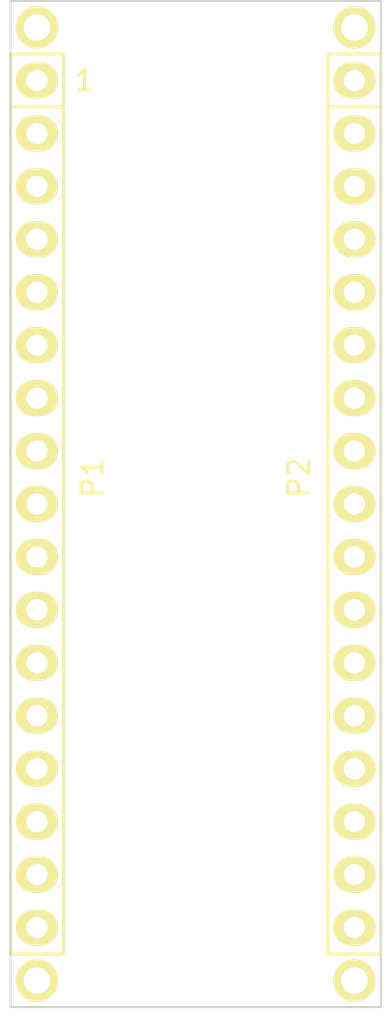
<source format=kicad_pcb>
(kicad_pcb (version 4) (host pcbnew 4.0.2-4+6225~38~ubuntu14.04.1-stable)

  (general
    (links 2)
    (no_connects 2)
    (area 135.712999 67.005999 153.593001 115.366001)
    (thickness 1.6)
    (drawings 18)
    (tracks 0)
    (zones 0)
    (modules 6)
    (nets 37)
  )

  (page A4)
  (title_block
    (date "sam. 04 avril 2015")
  )

  (layers
    (0 F.Cu signal)
    (31 B.Cu signal)
    (32 B.Adhes user)
    (33 F.Adhes user)
    (34 B.Paste user)
    (35 F.Paste user)
    (36 B.SilkS user)
    (37 F.SilkS user)
    (38 B.Mask user)
    (39 F.Mask user)
    (40 Dwgs.User user)
    (41 Cmts.User user)
    (42 Eco1.User user)
    (43 Eco2.User user)
    (44 Edge.Cuts user)
    (45 Margin user)
    (46 B.CrtYd user)
    (47 F.CrtYd user)
    (48 B.Fab user)
    (49 F.Fab user)
  )

  (setup
    (last_trace_width 0.25)
    (trace_clearance 0.2)
    (zone_clearance 0.508)
    (zone_45_only no)
    (trace_min 0.2)
    (segment_width 0.15)
    (edge_width 0.1)
    (via_size 0.6)
    (via_drill 0.4)
    (via_min_size 0.4)
    (via_min_drill 0.3)
    (uvia_size 0.3)
    (uvia_drill 0.1)
    (uvias_allowed no)
    (uvia_min_size 0.2)
    (uvia_min_drill 0.1)
    (pcb_text_width 0.3)
    (pcb_text_size 1.5 1.5)
    (mod_edge_width 0.15)
    (mod_text_size 1 1)
    (mod_text_width 0.15)
    (pad_size 2.032 2.032)
    (pad_drill 1.27)
    (pad_to_mask_clearance 0)
    (aux_axis_origin 135.763 115.316)
    (visible_elements FFFFFF7F)
    (pcbplotparams
      (layerselection 0x00030_80000001)
      (usegerberextensions false)
      (excludeedgelayer true)
      (linewidth 0.100000)
      (plotframeref false)
      (viasonmask false)
      (mode 1)
      (useauxorigin false)
      (hpglpennumber 1)
      (hpglpenspeed 20)
      (hpglpendiameter 15)
      (hpglpenoverlay 2)
      (psnegative false)
      (psa4output false)
      (plotreference true)
      (plotvalue true)
      (plotinvisibletext false)
      (padsonsilk false)
      (subtractmaskfromsilk false)
      (outputformat 1)
      (mirror false)
      (drillshape 1)
      (scaleselection 1)
      (outputdirectory ""))
  )

  (net 0 "")
  (net 1 /MOSI)
  (net 2 /SS)
  (net 3 /Reset)
  (net 4 GND)
  (net 5 "/2(SDA)")
  (net 6 "/3(**/SCL)")
  (net 7 "/4(A6)")
  (net 8 "/5(**)")
  (net 9 "/6(**/A7)")
  (net 10 /7)
  (net 11 "/8(A8)")
  (net 12 "/9(**/A9)")
  (net 13 "/10(A10)")
  (net 14 "/11(**)")
  (net 15 "/12(A11)")
  (net 16 /SCK)
  (net 17 /MISO)
  (net 18 /Vin)
  (net 19 +5V)
  (net 20 /A5)
  (net 21 /A4)
  (net 22 /A3)
  (net 23 /A2)
  (net 24 /A1)
  (net 25 /A0)
  (net 26 /AREF)
  (net 27 "/13(**)")
  (net 28 "Net-(P3-Pad1)")
  (net 29 "Net-(P4-Pad1)")
  (net 30 "Net-(P5-Pad1)")
  (net 31 "Net-(P6-Pad1)")
  (net 32 "/1(Tx1)")
  (net 33 "/0(Rx1)")
  (net 34 "Net-(P2-Pad7)")
  (net 35 "Net-(P2-Pad8)")
  (net 36 +3V3)

  (net_class Default "This is the default net class."
    (clearance 0.2)
    (trace_width 0.25)
    (via_dia 0.6)
    (via_drill 0.4)
    (uvia_dia 0.3)
    (uvia_drill 0.1)
    (add_net +3V3)
    (add_net +5V)
    (add_net "/0(Rx1)")
    (add_net "/1(Tx1)")
    (add_net "/10(A10)")
    (add_net "/11(**)")
    (add_net "/12(A11)")
    (add_net "/13(**)")
    (add_net "/2(SDA)")
    (add_net "/3(**/SCL)")
    (add_net "/4(A6)")
    (add_net "/5(**)")
    (add_net "/6(**/A7)")
    (add_net /7)
    (add_net "/8(A8)")
    (add_net "/9(**/A9)")
    (add_net /A0)
    (add_net /A1)
    (add_net /A2)
    (add_net /A3)
    (add_net /A4)
    (add_net /A5)
    (add_net /AREF)
    (add_net /MISO)
    (add_net /MOSI)
    (add_net /Reset)
    (add_net /SCK)
    (add_net /SS)
    (add_net /Vin)
    (add_net GND)
    (add_net "Net-(P2-Pad7)")
    (add_net "Net-(P2-Pad8)")
    (add_net "Net-(P3-Pad1)")
    (add_net "Net-(P4-Pad1)")
    (add_net "Net-(P5-Pad1)")
    (add_net "Net-(P6-Pad1)")
  )

  (module Socket_Arduino_Micro:Socket_Strip_Arduino_1x17 locked (layer F.Cu) (tedit 55216910) (tstamp 551FC1FE)
    (at 137.033 70.866 270)
    (descr "Through hole socket strip")
    (tags "socket strip")
    (path /56D719DF)
    (fp_text reference P1 (at 19.05 -2.667 270) (layer F.SilkS)
      (effects (font (size 1 1) (thickness 0.15)))
    )
    (fp_text value Digital (at 22.86 -2.667 270) (layer F.Fab)
      (effects (font (size 1 1) (thickness 0.15)))
    )
    (fp_line (start 1.27 -1.27) (end -1.27 -1.27) (layer F.SilkS) (width 0.15))
    (fp_line (start -1.27 -1.27) (end -1.27 1.27) (layer F.SilkS) (width 0.15))
    (fp_line (start -1.27 1.27) (end 1.27 1.27) (layer F.SilkS) (width 0.15))
    (fp_line (start -1.75 -1.75) (end -1.75 1.75) (layer F.CrtYd) (width 0.05))
    (fp_line (start 42.4 -1.75) (end 42.4 1.75) (layer F.CrtYd) (width 0.05))
    (fp_line (start -1.75 -1.75) (end 42.4 -1.75) (layer F.CrtYd) (width 0.05))
    (fp_line (start -1.75 1.75) (end 42.4 1.75) (layer F.CrtYd) (width 0.05))
    (fp_line (start 1.27 1.27) (end 41.91 1.27) (layer F.SilkS) (width 0.15))
    (fp_line (start 41.91 1.27) (end 41.91 -1.27) (layer F.SilkS) (width 0.15))
    (fp_line (start 41.91 -1.27) (end 1.27 -1.27) (layer F.SilkS) (width 0.15))
    (fp_line (start 1.27 1.27) (end 1.27 -1.27) (layer F.SilkS) (width 0.15))
    (pad 1 thru_hole oval (at 0 0 270) (size 1.7272 2.032) (drill 1.016) (layers *.Cu *.Mask F.SilkS)
      (net 1 /MOSI))
    (pad 2 thru_hole oval (at 2.54 0 270) (size 1.7272 2.032) (drill 1.016) (layers *.Cu *.Mask F.SilkS)
      (net 2 /SS))
    (pad 3 thru_hole oval (at 5.08 0 270) (size 1.7272 2.032) (drill 1.016) (layers *.Cu *.Mask F.SilkS)
      (net 32 "/1(Tx1)"))
    (pad 4 thru_hole oval (at 7.62 0 270) (size 1.7272 2.032) (drill 1.016) (layers *.Cu *.Mask F.SilkS)
      (net 33 "/0(Rx1)"))
    (pad 5 thru_hole oval (at 10.16 0 270) (size 1.7272 2.032) (drill 1.016) (layers *.Cu *.Mask F.SilkS)
      (net 3 /Reset))
    (pad 6 thru_hole oval (at 12.7 0 270) (size 1.7272 2.032) (drill 1.016) (layers *.Cu *.Mask F.SilkS)
      (net 4 GND))
    (pad 7 thru_hole oval (at 15.24 0 270) (size 1.7272 2.032) (drill 1.016) (layers *.Cu *.Mask F.SilkS)
      (net 5 "/2(SDA)"))
    (pad 8 thru_hole oval (at 17.78 0 270) (size 1.7272 2.032) (drill 1.016) (layers *.Cu *.Mask F.SilkS)
      (net 6 "/3(**/SCL)"))
    (pad 9 thru_hole oval (at 20.32 0 270) (size 1.7272 2.032) (drill 1.016) (layers *.Cu *.Mask F.SilkS)
      (net 7 "/4(A6)"))
    (pad 10 thru_hole oval (at 22.86 0 270) (size 1.7272 2.032) (drill 1.016) (layers *.Cu *.Mask F.SilkS)
      (net 8 "/5(**)"))
    (pad 11 thru_hole oval (at 25.4 0 270) (size 1.7272 2.032) (drill 1.016) (layers *.Cu *.Mask F.SilkS)
      (net 9 "/6(**/A7)"))
    (pad 12 thru_hole oval (at 27.94 0 270) (size 1.7272 2.032) (drill 1.016) (layers *.Cu *.Mask F.SilkS)
      (net 10 /7))
    (pad 13 thru_hole oval (at 30.48 0 270) (size 1.7272 2.032) (drill 1.016) (layers *.Cu *.Mask F.SilkS)
      (net 11 "/8(A8)"))
    (pad 14 thru_hole oval (at 33.02 0 270) (size 1.7272 2.032) (drill 1.016) (layers *.Cu *.Mask F.SilkS)
      (net 12 "/9(**/A9)"))
    (pad 15 thru_hole oval (at 35.56 0 270) (size 1.7272 2.032) (drill 1.016) (layers *.Cu *.Mask F.SilkS)
      (net 13 "/10(A10)"))
    (pad 16 thru_hole oval (at 38.1 0 270) (size 1.7272 2.032) (drill 1.016) (layers *.Cu *.Mask F.SilkS)
      (net 14 "/11(**)"))
    (pad 17 thru_hole oval (at 40.64 0 270) (size 1.7272 2.032) (drill 1.016) (layers *.Cu *.Mask F.SilkS)
      (net 15 "/12(A11)"))
    (model ${KIPRJMOD}/Socket_Arduino_Micro.3dshapes/Socket_header_Arduino_1x17.wrl
      (at (xyz 0.8 0 0))
      (scale (xyz 1 1 1))
      (rotate (xyz 0 0 180))
    )
  )

  (module Socket_Arduino_Micro:Socket_Strip_Arduino_1x17 locked (layer F.Cu) (tedit 5521692F) (tstamp 551FC21E)
    (at 152.273 70.866 270)
    (descr "Through hole socket strip")
    (tags "socket strip")
    (path /56D71A21)
    (fp_text reference P2 (at 19.05 2.667 270) (layer F.SilkS)
      (effects (font (size 1 1) (thickness 0.15)))
    )
    (fp_text value Analog (at 22.86 2.921 270) (layer F.Fab)
      (effects (font (size 1 1) (thickness 0.15)))
    )
    (fp_line (start 1.27 -1.27) (end -1.27 -1.27) (layer F.SilkS) (width 0.15))
    (fp_line (start -1.27 -1.27) (end -1.27 1.27) (layer F.SilkS) (width 0.15))
    (fp_line (start -1.27 1.27) (end 1.27 1.27) (layer F.SilkS) (width 0.15))
    (fp_line (start -1.75 -1.75) (end -1.75 1.75) (layer F.CrtYd) (width 0.05))
    (fp_line (start 42.4 -1.75) (end 42.4 1.75) (layer F.CrtYd) (width 0.05))
    (fp_line (start -1.75 -1.75) (end 42.4 -1.75) (layer F.CrtYd) (width 0.05))
    (fp_line (start -1.75 1.75) (end 42.4 1.75) (layer F.CrtYd) (width 0.05))
    (fp_line (start 1.27 1.27) (end 41.91 1.27) (layer F.SilkS) (width 0.15))
    (fp_line (start 41.91 1.27) (end 41.91 -1.27) (layer F.SilkS) (width 0.15))
    (fp_line (start 41.91 -1.27) (end 1.27 -1.27) (layer F.SilkS) (width 0.15))
    (fp_line (start 1.27 1.27) (end 1.27 -1.27) (layer F.SilkS) (width 0.15))
    (pad 1 thru_hole oval (at 0 0 270) (size 1.7272 2.032) (drill 1.016) (layers *.Cu *.Mask F.SilkS)
      (net 16 /SCK))
    (pad 2 thru_hole oval (at 2.54 0 270) (size 1.7272 2.032) (drill 1.016) (layers *.Cu *.Mask F.SilkS)
      (net 17 /MISO))
    (pad 3 thru_hole oval (at 5.08 0 270) (size 1.7272 2.032) (drill 1.016) (layers *.Cu *.Mask F.SilkS)
      (net 18 /Vin))
    (pad 4 thru_hole oval (at 7.62 0 270) (size 1.7272 2.032) (drill 1.016) (layers *.Cu *.Mask F.SilkS)
      (net 4 GND))
    (pad 5 thru_hole oval (at 10.16 0 270) (size 1.7272 2.032) (drill 1.016) (layers *.Cu *.Mask F.SilkS)
      (net 3 /Reset))
    (pad 6 thru_hole oval (at 12.7 0 270) (size 1.7272 2.032) (drill 1.016) (layers *.Cu *.Mask F.SilkS)
      (net 19 +5V))
    (pad 7 thru_hole oval (at 15.24 0 270) (size 1.7272 2.032) (drill 1.016) (layers *.Cu *.Mask F.SilkS)
      (net 34 "Net-(P2-Pad7)"))
    (pad 8 thru_hole oval (at 17.78 0 270) (size 1.7272 2.032) (drill 1.016) (layers *.Cu *.Mask F.SilkS)
      (net 35 "Net-(P2-Pad8)"))
    (pad 9 thru_hole oval (at 20.32 0 270) (size 1.7272 2.032) (drill 1.016) (layers *.Cu *.Mask F.SilkS)
      (net 20 /A5))
    (pad 10 thru_hole oval (at 22.86 0 270) (size 1.7272 2.032) (drill 1.016) (layers *.Cu *.Mask F.SilkS)
      (net 21 /A4))
    (pad 11 thru_hole oval (at 25.4 0 270) (size 1.7272 2.032) (drill 1.016) (layers *.Cu *.Mask F.SilkS)
      (net 22 /A3))
    (pad 12 thru_hole oval (at 27.94 0 270) (size 1.7272 2.032) (drill 1.016) (layers *.Cu *.Mask F.SilkS)
      (net 23 /A2))
    (pad 13 thru_hole oval (at 30.48 0 270) (size 1.7272 2.032) (drill 1.016) (layers *.Cu *.Mask F.SilkS)
      (net 24 /A1))
    (pad 14 thru_hole oval (at 33.02 0 270) (size 1.7272 2.032) (drill 1.016) (layers *.Cu *.Mask F.SilkS)
      (net 25 /A0))
    (pad 15 thru_hole oval (at 35.56 0 270) (size 1.7272 2.032) (drill 1.016) (layers *.Cu *.Mask F.SilkS)
      (net 26 /AREF))
    (pad 16 thru_hole oval (at 38.1 0 270) (size 1.7272 2.032) (drill 1.016) (layers *.Cu *.Mask F.SilkS)
      (net 36 +3V3))
    (pad 17 thru_hole oval (at 40.64 0 270) (size 1.7272 2.032) (drill 1.016) (layers *.Cu *.Mask F.SilkS)
      (net 27 "/13(**)"))
    (model ${KIPRJMOD}/Socket_Arduino_Micro.3dshapes/Socket_header_Arduino_1x17.wrl
      (at (xyz 0.8 0 0))
      (scale (xyz 1 1 1))
      (rotate (xyz 0 0 180))
    )
  )

  (module Socket_Arduino_Micro:1pin_Micro locked (layer F.Cu) (tedit 551FC2DE) (tstamp 551FC223)
    (at 137.033 68.326)
    (descr "module 1 pin (ou trou mecanique de percage)")
    (tags DEV)
    (path /56D72ED3)
    (fp_text reference P3 (at 0 -1.651) (layer F.SilkS) hide
      (effects (font (size 1 1) (thickness 0.15)))
    )
    (fp_text value CONN_01X01 (at 0 1.397) (layer F.Fab) hide
      (effects (font (size 1 1) (thickness 0.15)))
    )
    (pad 1 thru_hole circle (at 0 0) (size 2.032 2.032) (drill 1.27) (layers *.Cu *.Mask F.SilkS)
      (net 28 "Net-(P3-Pad1)"))
  )

  (module Socket_Arduino_Micro:1pin_Micro locked (layer F.Cu) (tedit 551FC2FB) (tstamp 551FC228)
    (at 137.033 114.046)
    (descr "module 1 pin (ou trou mecanique de percage)")
    (tags DEV)
    (path /56D72FBF)
    (fp_text reference P4 (at 0 -1.651) (layer F.SilkS) hide
      (effects (font (size 1 1) (thickness 0.15)))
    )
    (fp_text value CONN_01X01 (at 0 1.397) (layer F.Fab) hide
      (effects (font (size 1 1) (thickness 0.15)))
    )
    (pad 1 thru_hole circle (at 0 0) (size 2.032 2.032) (drill 1.27) (layers *.Cu *.Mask F.SilkS)
      (net 29 "Net-(P4-Pad1)"))
  )

  (module Socket_Arduino_Micro:1pin_Micro locked (layer F.Cu) (tedit 551FC303) (tstamp 551FC22D)
    (at 152.273 114.046)
    (descr "module 1 pin (ou trou mecanique de percage)")
    (tags DEV)
    (path /56D72FE7)
    (fp_text reference P5 (at 0 -1.651) (layer F.SilkS) hide
      (effects (font (size 1 1) (thickness 0.15)))
    )
    (fp_text value CONN_01X01 (at 0 1.397) (layer F.Fab) hide
      (effects (font (size 1 1) (thickness 0.15)))
    )
    (pad 1 thru_hole circle (at 0 0) (size 2.032 2.032) (drill 1.27) (layers *.Cu *.Mask F.SilkS)
      (net 30 "Net-(P5-Pad1)"))
  )

  (module Socket_Arduino_Micro:1pin_Micro locked (layer F.Cu) (tedit 551FC2EE) (tstamp 551FC232)
    (at 152.273 68.326)
    (descr "module 1 pin (ou trou mecanique de percage)")
    (tags DEV)
    (path /56D73012)
    (fp_text reference P6 (at 0 -1.651) (layer F.SilkS) hide
      (effects (font (size 1 1) (thickness 0.15)))
    )
    (fp_text value CONN_01X01 (at 0 1.397) (layer F.Fab) hide
      (effects (font (size 1 1) (thickness 0.15)))
    )
    (pad 1 thru_hole circle (at 0 0) (size 2.032 2.032) (drill 1.27) (layers *.Cu *.Mask F.SilkS)
      (net 31 "Net-(P6-Pad1)"))
  )

  (gr_text 1 (at 139.319 70.866) (layer F.SilkS)
    (effects (font (size 1 1) (thickness 0.15)))
  )
  (gr_line (start 141.097 116.078) (end 148.209 116.078) (angle 90) (layer Dwgs.User) (width 0.15))
  (gr_line (start 141.097 110.998) (end 141.097 116.078) (angle 90) (layer Dwgs.User) (width 0.15))
  (gr_line (start 148.209 110.998) (end 141.097 110.998) (angle 90) (layer Dwgs.User) (width 0.15))
  (gr_line (start 148.209 116.078) (end 148.209 110.998) (angle 90) (layer Dwgs.User) (width 0.15))
  (gr_line (start 145.923 75.946) (end 145.923 68.326) (angle 90) (layer Dwgs.User) (width 0.15))
  (gr_line (start 151.003 75.946) (end 145.923 75.946) (angle 90) (layer Dwgs.User) (width 0.15))
  (gr_line (start 151.003 68.326) (end 151.003 75.946) (angle 90) (layer Dwgs.User) (width 0.15))
  (gr_line (start 145.923 68.326) (end 151.003 68.326) (angle 90) (layer Dwgs.User) (width 0.15))
  (gr_circle (center 141.986 72.263) (end 140.716 72.263) (layer Dwgs.User) (width 0.15))
  (gr_line (start 144.907 69.215) (end 144.907 75.311) (angle 90) (layer Dwgs.User) (width 0.15))
  (gr_line (start 139.065 69.215) (end 144.907 69.215) (angle 90) (layer Dwgs.User) (width 0.15))
  (gr_line (start 139.065 75.311) (end 139.065 69.215) (angle 90) (layer Dwgs.User) (width 0.15))
  (gr_line (start 144.907 75.311) (end 139.065 75.311) (angle 90) (layer Dwgs.User) (width 0.15))
  (gr_line (start 135.763 67.056) (end 135.763 115.316) (angle 90) (layer Edge.Cuts) (width 0.1))
  (gr_line (start 153.543 67.056) (end 135.763 67.056) (angle 90) (layer Edge.Cuts) (width 0.1))
  (gr_line (start 153.543 115.316) (end 153.543 67.056) (angle 90) (layer Edge.Cuts) (width 0.1))
  (gr_line (start 135.763 115.316) (end 153.543 115.316) (angle 90) (layer Edge.Cuts) (width 0.1))

)

</source>
